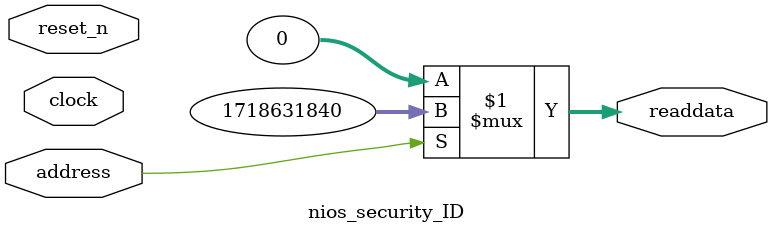
<source format=v>



// synthesis translate_off
`timescale 1ns / 1ps
// synthesis translate_on

// turn off superfluous verilog processor warnings 
// altera message_level Level1 
// altera message_off 10034 10035 10036 10037 10230 10240 10030 

module nios_security_ID (
               // inputs:
                address,
                clock,
                reset_n,

               // outputs:
                readdata
             )
;

  output  [ 31: 0] readdata;
  input            address;
  input            clock;
  input            reset_n;

  wire    [ 31: 0] readdata;
  //control_slave, which is an e_avalon_slave
  assign readdata = address ? 1718631840 : 0;

endmodule



</source>
